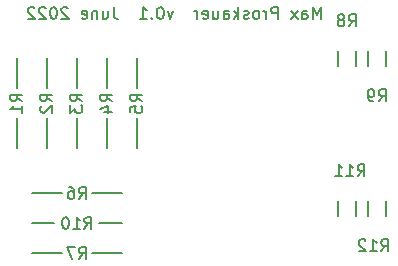
<source format=gbr>
%TF.GenerationSoftware,KiCad,Pcbnew,(6.0.5)*%
%TF.CreationDate,2022-06-03T17:18:30-04:00*%
%TF.ProjectId,minimixer,6d696e69-6d69-4786-9572-2e6b69636164,rev?*%
%TF.SameCoordinates,Original*%
%TF.FileFunction,Legend,Bot*%
%TF.FilePolarity,Positive*%
%FSLAX46Y46*%
G04 Gerber Fmt 4.6, Leading zero omitted, Abs format (unit mm)*
G04 Created by KiCad (PCBNEW (6.0.5)) date 2022-06-03 17:18:30*
%MOMM*%
%LPD*%
G01*
G04 APERTURE LIST*
%ADD10C,0.150000*%
G04 APERTURE END LIST*
D10*
X100645952Y-137612380D02*
X100645952Y-136612380D01*
X100312619Y-137326666D01*
X99979285Y-136612380D01*
X99979285Y-137612380D01*
X99074523Y-137612380D02*
X99074523Y-137088571D01*
X99122142Y-136993333D01*
X99217380Y-136945714D01*
X99407857Y-136945714D01*
X99503095Y-136993333D01*
X99074523Y-137564761D02*
X99169761Y-137612380D01*
X99407857Y-137612380D01*
X99503095Y-137564761D01*
X99550714Y-137469523D01*
X99550714Y-137374285D01*
X99503095Y-137279047D01*
X99407857Y-137231428D01*
X99169761Y-137231428D01*
X99074523Y-137183809D01*
X98693571Y-137612380D02*
X98169761Y-136945714D01*
X98693571Y-136945714D02*
X98169761Y-137612380D01*
X97026904Y-137612380D02*
X97026904Y-136612380D01*
X96645952Y-136612380D01*
X96550714Y-136660000D01*
X96503095Y-136707619D01*
X96455476Y-136802857D01*
X96455476Y-136945714D01*
X96503095Y-137040952D01*
X96550714Y-137088571D01*
X96645952Y-137136190D01*
X97026904Y-137136190D01*
X96026904Y-137612380D02*
X96026904Y-136945714D01*
X96026904Y-137136190D02*
X95979285Y-137040952D01*
X95931666Y-136993333D01*
X95836428Y-136945714D01*
X95741190Y-136945714D01*
X95265000Y-137612380D02*
X95360238Y-137564761D01*
X95407857Y-137517142D01*
X95455476Y-137421904D01*
X95455476Y-137136190D01*
X95407857Y-137040952D01*
X95360238Y-136993333D01*
X95265000Y-136945714D01*
X95122142Y-136945714D01*
X95026904Y-136993333D01*
X94979285Y-137040952D01*
X94931666Y-137136190D01*
X94931666Y-137421904D01*
X94979285Y-137517142D01*
X95026904Y-137564761D01*
X95122142Y-137612380D01*
X95265000Y-137612380D01*
X94550714Y-137564761D02*
X94455476Y-137612380D01*
X94265000Y-137612380D01*
X94169761Y-137564761D01*
X94122142Y-137469523D01*
X94122142Y-137421904D01*
X94169761Y-137326666D01*
X94265000Y-137279047D01*
X94407857Y-137279047D01*
X94503095Y-137231428D01*
X94550714Y-137136190D01*
X94550714Y-137088571D01*
X94503095Y-136993333D01*
X94407857Y-136945714D01*
X94265000Y-136945714D01*
X94169761Y-136993333D01*
X93693571Y-137612380D02*
X93693571Y-136612380D01*
X93598333Y-137231428D02*
X93312619Y-137612380D01*
X93312619Y-136945714D02*
X93693571Y-137326666D01*
X92455476Y-137612380D02*
X92455476Y-137088571D01*
X92503095Y-136993333D01*
X92598333Y-136945714D01*
X92788809Y-136945714D01*
X92884047Y-136993333D01*
X92455476Y-137564761D02*
X92550714Y-137612380D01*
X92788809Y-137612380D01*
X92884047Y-137564761D01*
X92931666Y-137469523D01*
X92931666Y-137374285D01*
X92884047Y-137279047D01*
X92788809Y-137231428D01*
X92550714Y-137231428D01*
X92455476Y-137183809D01*
X91550714Y-136945714D02*
X91550714Y-137612380D01*
X91979285Y-136945714D02*
X91979285Y-137469523D01*
X91931666Y-137564761D01*
X91836428Y-137612380D01*
X91693571Y-137612380D01*
X91598333Y-137564761D01*
X91550714Y-137517142D01*
X90693571Y-137564761D02*
X90788809Y-137612380D01*
X90979285Y-137612380D01*
X91074523Y-137564761D01*
X91122142Y-137469523D01*
X91122142Y-137088571D01*
X91074523Y-136993333D01*
X90979285Y-136945714D01*
X90788809Y-136945714D01*
X90693571Y-136993333D01*
X90645952Y-137088571D01*
X90645952Y-137183809D01*
X91122142Y-137279047D01*
X90217380Y-137612380D02*
X90217380Y-136945714D01*
X90217380Y-137136190D02*
X90169761Y-137040952D01*
X90122142Y-136993333D01*
X90026904Y-136945714D01*
X89931666Y-136945714D01*
X88169761Y-136945714D02*
X87931666Y-137612380D01*
X87693571Y-136945714D01*
X87122142Y-136612380D02*
X87026904Y-136612380D01*
X86931666Y-136660000D01*
X86884047Y-136707619D01*
X86836428Y-136802857D01*
X86788809Y-136993333D01*
X86788809Y-137231428D01*
X86836428Y-137421904D01*
X86884047Y-137517142D01*
X86931666Y-137564761D01*
X87026904Y-137612380D01*
X87122142Y-137612380D01*
X87217380Y-137564761D01*
X87265000Y-137517142D01*
X87312619Y-137421904D01*
X87360238Y-137231428D01*
X87360238Y-136993333D01*
X87312619Y-136802857D01*
X87265000Y-136707619D01*
X87217380Y-136660000D01*
X87122142Y-136612380D01*
X86360238Y-137517142D02*
X86312619Y-137564761D01*
X86360238Y-137612380D01*
X86407857Y-137564761D01*
X86360238Y-137517142D01*
X86360238Y-137612380D01*
X85360238Y-137612380D02*
X85931666Y-137612380D01*
X85645952Y-137612380D02*
X85645952Y-136612380D01*
X85741190Y-136755238D01*
X85836428Y-136850476D01*
X85931666Y-136898095D01*
X83122142Y-136612380D02*
X83122142Y-137326666D01*
X83169761Y-137469523D01*
X83265000Y-137564761D01*
X83407857Y-137612380D01*
X83503095Y-137612380D01*
X82217380Y-136945714D02*
X82217380Y-137612380D01*
X82645952Y-136945714D02*
X82645952Y-137469523D01*
X82598333Y-137564761D01*
X82503095Y-137612380D01*
X82360238Y-137612380D01*
X82265000Y-137564761D01*
X82217380Y-137517142D01*
X81741190Y-136945714D02*
X81741190Y-137612380D01*
X81741190Y-137040952D02*
X81693571Y-136993333D01*
X81598333Y-136945714D01*
X81455476Y-136945714D01*
X81360238Y-136993333D01*
X81312619Y-137088571D01*
X81312619Y-137612380D01*
X80455476Y-137564761D02*
X80550714Y-137612380D01*
X80741190Y-137612380D01*
X80836428Y-137564761D01*
X80884047Y-137469523D01*
X80884047Y-137088571D01*
X80836428Y-136993333D01*
X80741190Y-136945714D01*
X80550714Y-136945714D01*
X80455476Y-136993333D01*
X80407857Y-137088571D01*
X80407857Y-137183809D01*
X80884047Y-137279047D01*
X79265000Y-136707619D02*
X79217380Y-136660000D01*
X79122142Y-136612380D01*
X78884047Y-136612380D01*
X78788809Y-136660000D01*
X78741190Y-136707619D01*
X78693571Y-136802857D01*
X78693571Y-136898095D01*
X78741190Y-137040952D01*
X79312619Y-137612380D01*
X78693571Y-137612380D01*
X78074523Y-136612380D02*
X77979285Y-136612380D01*
X77884047Y-136660000D01*
X77836428Y-136707619D01*
X77788809Y-136802857D01*
X77741190Y-136993333D01*
X77741190Y-137231428D01*
X77788809Y-137421904D01*
X77836428Y-137517142D01*
X77884047Y-137564761D01*
X77979285Y-137612380D01*
X78074523Y-137612380D01*
X78169761Y-137564761D01*
X78217380Y-137517142D01*
X78265000Y-137421904D01*
X78312619Y-137231428D01*
X78312619Y-136993333D01*
X78265000Y-136802857D01*
X78217380Y-136707619D01*
X78169761Y-136660000D01*
X78074523Y-136612380D01*
X77360238Y-136707619D02*
X77312619Y-136660000D01*
X77217380Y-136612380D01*
X76979285Y-136612380D01*
X76884047Y-136660000D01*
X76836428Y-136707619D01*
X76788809Y-136802857D01*
X76788809Y-136898095D01*
X76836428Y-137040952D01*
X77407857Y-137612380D01*
X76788809Y-137612380D01*
X76407857Y-136707619D02*
X76360238Y-136660000D01*
X76265000Y-136612380D01*
X76026904Y-136612380D01*
X75931666Y-136660000D01*
X75884047Y-136707619D01*
X75836428Y-136802857D01*
X75836428Y-136898095D01*
X75884047Y-137040952D01*
X76455476Y-137612380D01*
X75836428Y-137612380D01*
X102108000Y-154305000D02*
X102108000Y-153035000D01*
X103632000Y-154305000D02*
X103632000Y-153035000D01*
X106172000Y-154305000D02*
X106172000Y-153035000D01*
X104648000Y-154305000D02*
X104648000Y-153035000D01*
X106172000Y-141605000D02*
X106172000Y-140335000D01*
X103632000Y-141605000D02*
X103632000Y-140335000D01*
X104648000Y-140335000D02*
X104648000Y-141605000D01*
X102108000Y-141605000D02*
X102108000Y-140335000D01*
X74930000Y-146050000D02*
X74930000Y-148590000D01*
X77470000Y-146050000D02*
X77470000Y-148590000D01*
X80010000Y-146050000D02*
X80010000Y-148590000D01*
X82550000Y-146050000D02*
X82550000Y-148590000D01*
X85090000Y-146050000D02*
X85090000Y-148590000D01*
X74937911Y-140918187D02*
X74937911Y-143458187D01*
X77470000Y-140970000D02*
X77470000Y-143510000D01*
X80010000Y-140970000D02*
X80010000Y-143510000D01*
X82550000Y-140970000D02*
X82550000Y-143510000D01*
X85090000Y-140970000D02*
X85090000Y-143510000D01*
X78740000Y-157480000D02*
X76200000Y-157480000D01*
X83820000Y-157480000D02*
X81280000Y-157480000D01*
X81915000Y-154940000D02*
X83820000Y-154940000D01*
X78105000Y-154940000D02*
X76200000Y-154940000D01*
X78740000Y-152400000D02*
X76200000Y-152400000D01*
X83820000Y-152400000D02*
X81280000Y-152400000D01*
%TO.C,R2*%
X77922380Y-144613333D02*
X77446190Y-144280000D01*
X77922380Y-144041904D02*
X76922380Y-144041904D01*
X76922380Y-144422857D01*
X76970000Y-144518095D01*
X77017619Y-144565714D01*
X77112857Y-144613333D01*
X77255714Y-144613333D01*
X77350952Y-144565714D01*
X77398571Y-144518095D01*
X77446190Y-144422857D01*
X77446190Y-144041904D01*
X77017619Y-144994285D02*
X76970000Y-145041904D01*
X76922380Y-145137142D01*
X76922380Y-145375238D01*
X76970000Y-145470476D01*
X77017619Y-145518095D01*
X77112857Y-145565714D01*
X77208095Y-145565714D01*
X77350952Y-145518095D01*
X77922380Y-144946666D01*
X77922380Y-145565714D01*
%TO.C,R3*%
X80462380Y-144613333D02*
X79986190Y-144280000D01*
X80462380Y-144041904D02*
X79462380Y-144041904D01*
X79462380Y-144422857D01*
X79510000Y-144518095D01*
X79557619Y-144565714D01*
X79652857Y-144613333D01*
X79795714Y-144613333D01*
X79890952Y-144565714D01*
X79938571Y-144518095D01*
X79986190Y-144422857D01*
X79986190Y-144041904D01*
X79462380Y-144946666D02*
X79462380Y-145565714D01*
X79843333Y-145232380D01*
X79843333Y-145375238D01*
X79890952Y-145470476D01*
X79938571Y-145518095D01*
X80033809Y-145565714D01*
X80271904Y-145565714D01*
X80367142Y-145518095D01*
X80414761Y-145470476D01*
X80462380Y-145375238D01*
X80462380Y-145089523D01*
X80414761Y-144994285D01*
X80367142Y-144946666D01*
%TO.C,R12*%
X105772976Y-157297380D02*
X106106309Y-156821190D01*
X106344404Y-157297380D02*
X106344404Y-156297380D01*
X105963452Y-156297380D01*
X105868214Y-156345000D01*
X105820595Y-156392619D01*
X105772976Y-156487857D01*
X105772976Y-156630714D01*
X105820595Y-156725952D01*
X105868214Y-156773571D01*
X105963452Y-156821190D01*
X106344404Y-156821190D01*
X104820595Y-157297380D02*
X105392023Y-157297380D01*
X105106309Y-157297380D02*
X105106309Y-156297380D01*
X105201547Y-156440238D01*
X105296785Y-156535476D01*
X105392023Y-156583095D01*
X104439642Y-156392619D02*
X104392023Y-156345000D01*
X104296785Y-156297380D01*
X104058690Y-156297380D01*
X103963452Y-156345000D01*
X103915833Y-156392619D01*
X103868214Y-156487857D01*
X103868214Y-156583095D01*
X103915833Y-156725952D01*
X104487261Y-157297380D01*
X103868214Y-157297380D01*
%TO.C,R1*%
X75382380Y-144613333D02*
X74906190Y-144280000D01*
X75382380Y-144041904D02*
X74382380Y-144041904D01*
X74382380Y-144422857D01*
X74430000Y-144518095D01*
X74477619Y-144565714D01*
X74572857Y-144613333D01*
X74715714Y-144613333D01*
X74810952Y-144565714D01*
X74858571Y-144518095D01*
X74906190Y-144422857D01*
X74906190Y-144041904D01*
X75382380Y-145565714D02*
X75382380Y-144994285D01*
X75382380Y-145280000D02*
X74382380Y-145280000D01*
X74525238Y-145184761D01*
X74620476Y-145089523D01*
X74668095Y-144994285D01*
%TO.C,R4*%
X83002380Y-144613333D02*
X82526190Y-144280000D01*
X83002380Y-144041904D02*
X82002380Y-144041904D01*
X82002380Y-144422857D01*
X82050000Y-144518095D01*
X82097619Y-144565714D01*
X82192857Y-144613333D01*
X82335714Y-144613333D01*
X82430952Y-144565714D01*
X82478571Y-144518095D01*
X82526190Y-144422857D01*
X82526190Y-144041904D01*
X82335714Y-145470476D02*
X83002380Y-145470476D01*
X81954761Y-145232380D02*
X82669047Y-144994285D01*
X82669047Y-145613333D01*
%TO.C,R10*%
X80652857Y-155392380D02*
X80986190Y-154916190D01*
X81224285Y-155392380D02*
X81224285Y-154392380D01*
X80843333Y-154392380D01*
X80748095Y-154440000D01*
X80700476Y-154487619D01*
X80652857Y-154582857D01*
X80652857Y-154725714D01*
X80700476Y-154820952D01*
X80748095Y-154868571D01*
X80843333Y-154916190D01*
X81224285Y-154916190D01*
X79700476Y-155392380D02*
X80271904Y-155392380D01*
X79986190Y-155392380D02*
X79986190Y-154392380D01*
X80081428Y-154535238D01*
X80176666Y-154630476D01*
X80271904Y-154678095D01*
X79081428Y-154392380D02*
X78986190Y-154392380D01*
X78890952Y-154440000D01*
X78843333Y-154487619D01*
X78795714Y-154582857D01*
X78748095Y-154773333D01*
X78748095Y-155011428D01*
X78795714Y-155201904D01*
X78843333Y-155297142D01*
X78890952Y-155344761D01*
X78986190Y-155392380D01*
X79081428Y-155392380D01*
X79176666Y-155344761D01*
X79224285Y-155297142D01*
X79271904Y-155201904D01*
X79319523Y-155011428D01*
X79319523Y-154773333D01*
X79271904Y-154582857D01*
X79224285Y-154487619D01*
X79176666Y-154440000D01*
X79081428Y-154392380D01*
%TO.C,R11*%
X103792738Y-150947380D02*
X104126071Y-150471190D01*
X104364166Y-150947380D02*
X104364166Y-149947380D01*
X103983214Y-149947380D01*
X103887976Y-149995000D01*
X103840357Y-150042619D01*
X103792738Y-150137857D01*
X103792738Y-150280714D01*
X103840357Y-150375952D01*
X103887976Y-150423571D01*
X103983214Y-150471190D01*
X104364166Y-150471190D01*
X102840357Y-150947380D02*
X103411785Y-150947380D01*
X103126071Y-150947380D02*
X103126071Y-149947380D01*
X103221309Y-150090238D01*
X103316547Y-150185476D01*
X103411785Y-150233095D01*
X101887976Y-150947380D02*
X102459404Y-150947380D01*
X102173690Y-150947380D02*
X102173690Y-149947380D01*
X102268928Y-150090238D01*
X102364166Y-150185476D01*
X102459404Y-150233095D01*
%TO.C,R6*%
X80176666Y-152852380D02*
X80510000Y-152376190D01*
X80748095Y-152852380D02*
X80748095Y-151852380D01*
X80367142Y-151852380D01*
X80271904Y-151900000D01*
X80224285Y-151947619D01*
X80176666Y-152042857D01*
X80176666Y-152185714D01*
X80224285Y-152280952D01*
X80271904Y-152328571D01*
X80367142Y-152376190D01*
X80748095Y-152376190D01*
X79319523Y-151852380D02*
X79510000Y-151852380D01*
X79605238Y-151900000D01*
X79652857Y-151947619D01*
X79748095Y-152090476D01*
X79795714Y-152280952D01*
X79795714Y-152661904D01*
X79748095Y-152757142D01*
X79700476Y-152804761D01*
X79605238Y-152852380D01*
X79414761Y-152852380D01*
X79319523Y-152804761D01*
X79271904Y-152757142D01*
X79224285Y-152661904D01*
X79224285Y-152423809D01*
X79271904Y-152328571D01*
X79319523Y-152280952D01*
X79414761Y-152233333D01*
X79605238Y-152233333D01*
X79700476Y-152280952D01*
X79748095Y-152328571D01*
X79795714Y-152423809D01*
%TO.C,R7*%
X80176666Y-157932380D02*
X80510000Y-157456190D01*
X80748095Y-157932380D02*
X80748095Y-156932380D01*
X80367142Y-156932380D01*
X80271904Y-156980000D01*
X80224285Y-157027619D01*
X80176666Y-157122857D01*
X80176666Y-157265714D01*
X80224285Y-157360952D01*
X80271904Y-157408571D01*
X80367142Y-157456190D01*
X80748095Y-157456190D01*
X79843333Y-156932380D02*
X79176666Y-156932380D01*
X79605238Y-157932380D01*
%TO.C,R8*%
X103036666Y-138247380D02*
X103370000Y-137771190D01*
X103608095Y-138247380D02*
X103608095Y-137247380D01*
X103227142Y-137247380D01*
X103131904Y-137295000D01*
X103084285Y-137342619D01*
X103036666Y-137437857D01*
X103036666Y-137580714D01*
X103084285Y-137675952D01*
X103131904Y-137723571D01*
X103227142Y-137771190D01*
X103608095Y-137771190D01*
X102465238Y-137675952D02*
X102560476Y-137628333D01*
X102608095Y-137580714D01*
X102655714Y-137485476D01*
X102655714Y-137437857D01*
X102608095Y-137342619D01*
X102560476Y-137295000D01*
X102465238Y-137247380D01*
X102274761Y-137247380D01*
X102179523Y-137295000D01*
X102131904Y-137342619D01*
X102084285Y-137437857D01*
X102084285Y-137485476D01*
X102131904Y-137580714D01*
X102179523Y-137628333D01*
X102274761Y-137675952D01*
X102465238Y-137675952D01*
X102560476Y-137723571D01*
X102608095Y-137771190D01*
X102655714Y-137866428D01*
X102655714Y-138056904D01*
X102608095Y-138152142D01*
X102560476Y-138199761D01*
X102465238Y-138247380D01*
X102274761Y-138247380D01*
X102179523Y-138199761D01*
X102131904Y-138152142D01*
X102084285Y-138056904D01*
X102084285Y-137866428D01*
X102131904Y-137771190D01*
X102179523Y-137723571D01*
X102274761Y-137675952D01*
%TO.C,R9*%
X105576666Y-144597380D02*
X105910000Y-144121190D01*
X106148095Y-144597380D02*
X106148095Y-143597380D01*
X105767142Y-143597380D01*
X105671904Y-143645000D01*
X105624285Y-143692619D01*
X105576666Y-143787857D01*
X105576666Y-143930714D01*
X105624285Y-144025952D01*
X105671904Y-144073571D01*
X105767142Y-144121190D01*
X106148095Y-144121190D01*
X105100476Y-144597380D02*
X104910000Y-144597380D01*
X104814761Y-144549761D01*
X104767142Y-144502142D01*
X104671904Y-144359285D01*
X104624285Y-144168809D01*
X104624285Y-143787857D01*
X104671904Y-143692619D01*
X104719523Y-143645000D01*
X104814761Y-143597380D01*
X105005238Y-143597380D01*
X105100476Y-143645000D01*
X105148095Y-143692619D01*
X105195714Y-143787857D01*
X105195714Y-144025952D01*
X105148095Y-144121190D01*
X105100476Y-144168809D01*
X105005238Y-144216428D01*
X104814761Y-144216428D01*
X104719523Y-144168809D01*
X104671904Y-144121190D01*
X104624285Y-144025952D01*
%TO.C,R5*%
X85542380Y-144613333D02*
X85066190Y-144280000D01*
X85542380Y-144041904D02*
X84542380Y-144041904D01*
X84542380Y-144422857D01*
X84590000Y-144518095D01*
X84637619Y-144565714D01*
X84732857Y-144613333D01*
X84875714Y-144613333D01*
X84970952Y-144565714D01*
X85018571Y-144518095D01*
X85066190Y-144422857D01*
X85066190Y-144041904D01*
X84542380Y-145518095D02*
X84542380Y-145041904D01*
X85018571Y-144994285D01*
X84970952Y-145041904D01*
X84923333Y-145137142D01*
X84923333Y-145375238D01*
X84970952Y-145470476D01*
X85018571Y-145518095D01*
X85113809Y-145565714D01*
X85351904Y-145565714D01*
X85447142Y-145518095D01*
X85494761Y-145470476D01*
X85542380Y-145375238D01*
X85542380Y-145137142D01*
X85494761Y-145041904D01*
X85447142Y-144994285D01*
%TD*%
M02*

</source>
